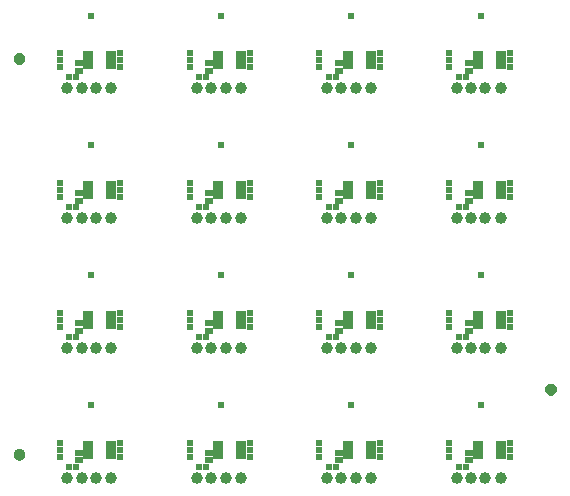
<source format=gbr>
G04 EAGLE Gerber RS-274X export*
G75*
%MOMM*%
%FSLAX34Y34*%
%LPD*%
%INSoldermask Bottom*%
%IPPOS*%
%AMOC8*
5,1,8,0,0,1.08239X$1,22.5*%
G01*
%ADD10C,0.603200*%
%ADD11R,0.903200X1.503200*%
%ADD12R,0.503200X0.603200*%
%ADD13C,1.008000*%
%ADD14R,0.803200X0.553200*%
%ADD15C,0.500000*%


D10*
X25500Y61750D03*
X-1000Y30000D03*
X-1000Y24000D03*
X-1000Y18000D03*
X50000Y30000D03*
X50000Y24000D03*
X50000Y18000D03*
X135500Y61750D03*
X109000Y30000D03*
X109000Y24000D03*
X109000Y18000D03*
X160000Y30000D03*
X160000Y24000D03*
X160000Y18000D03*
X245500Y61750D03*
X219000Y30000D03*
X219000Y24000D03*
X219000Y18000D03*
X270000Y30000D03*
X270000Y24000D03*
X270000Y18000D03*
X355500Y61750D03*
X329000Y30000D03*
X329000Y24000D03*
X329000Y18000D03*
X380000Y30000D03*
X380000Y24000D03*
X380000Y18000D03*
X25500Y171750D03*
X-1000Y140000D03*
X-1000Y134000D03*
X-1000Y128000D03*
X50000Y140000D03*
X50000Y134000D03*
X50000Y128000D03*
X135500Y171750D03*
X109000Y140000D03*
X109000Y134000D03*
X109000Y128000D03*
X160000Y140000D03*
X160000Y134000D03*
X160000Y128000D03*
X245500Y171750D03*
X219000Y140000D03*
X219000Y134000D03*
X219000Y128000D03*
X270000Y140000D03*
X270000Y134000D03*
X270000Y128000D03*
X355500Y171750D03*
X329000Y140000D03*
X329000Y134000D03*
X329000Y128000D03*
X380000Y140000D03*
X380000Y134000D03*
X380000Y128000D03*
X25500Y281750D03*
X-1000Y250000D03*
X-1000Y244000D03*
X-1000Y238000D03*
X50000Y250000D03*
X50000Y244000D03*
X50000Y238000D03*
X135500Y281750D03*
X109000Y250000D03*
X109000Y244000D03*
X109000Y238000D03*
X160000Y250000D03*
X160000Y244000D03*
X160000Y238000D03*
X245500Y281750D03*
X219000Y250000D03*
X219000Y244000D03*
X219000Y238000D03*
X270000Y250000D03*
X270000Y244000D03*
X270000Y238000D03*
X355500Y281750D03*
X329000Y250000D03*
X329000Y244000D03*
X329000Y238000D03*
X380000Y250000D03*
X380000Y244000D03*
X380000Y238000D03*
X25500Y391750D03*
X-1000Y360000D03*
X-1000Y354000D03*
X-1000Y348000D03*
X50000Y360000D03*
X50000Y354000D03*
X50000Y348000D03*
X135500Y391750D03*
X109000Y360000D03*
X109000Y354000D03*
X109000Y348000D03*
X160000Y360000D03*
X160000Y354000D03*
X160000Y348000D03*
X245500Y391750D03*
X219000Y360000D03*
X219000Y354000D03*
X219000Y348000D03*
X270000Y360000D03*
X270000Y354000D03*
X270000Y348000D03*
X355500Y391750D03*
X329000Y360000D03*
X329000Y354000D03*
X329000Y348000D03*
X380000Y360000D03*
X380000Y354000D03*
X380000Y348000D03*
D11*
X42800Y24080D03*
X22800Y24080D03*
D12*
X12800Y9900D03*
X6800Y9900D03*
D13*
X5500Y0D03*
X17500Y0D03*
X29500Y0D03*
X42500Y0D03*
D14*
X15300Y21550D03*
X15300Y15050D03*
D11*
X152800Y24080D03*
X132800Y24080D03*
D12*
X122800Y9900D03*
X116800Y9900D03*
D13*
X115500Y0D03*
X127500Y0D03*
X139500Y0D03*
X152500Y0D03*
D14*
X125300Y21550D03*
X125300Y15050D03*
D11*
X262800Y24080D03*
X242800Y24080D03*
D12*
X232800Y9900D03*
X226800Y9900D03*
D13*
X225500Y0D03*
X237500Y0D03*
X249500Y0D03*
X262500Y0D03*
D14*
X235300Y21550D03*
X235300Y15050D03*
D11*
X372800Y24080D03*
X352800Y24080D03*
D12*
X342800Y9900D03*
X336800Y9900D03*
D13*
X335500Y0D03*
X347500Y0D03*
X359500Y0D03*
X372500Y0D03*
D14*
X345300Y21550D03*
X345300Y15050D03*
D11*
X42800Y134080D03*
X22800Y134080D03*
D12*
X12800Y119900D03*
X6800Y119900D03*
D13*
X5500Y110000D03*
X17500Y110000D03*
X29500Y110000D03*
X42500Y110000D03*
D14*
X15300Y131550D03*
X15300Y125050D03*
D11*
X152800Y134080D03*
X132800Y134080D03*
D12*
X122800Y119900D03*
X116800Y119900D03*
D13*
X115500Y110000D03*
X127500Y110000D03*
X139500Y110000D03*
X152500Y110000D03*
D14*
X125300Y131550D03*
X125300Y125050D03*
D11*
X262800Y134080D03*
X242800Y134080D03*
D12*
X232800Y119900D03*
X226800Y119900D03*
D13*
X225500Y110000D03*
X237500Y110000D03*
X249500Y110000D03*
X262500Y110000D03*
D14*
X235300Y131550D03*
X235300Y125050D03*
D11*
X372800Y134080D03*
X352800Y134080D03*
D12*
X342800Y119900D03*
X336800Y119900D03*
D13*
X335500Y110000D03*
X347500Y110000D03*
X359500Y110000D03*
X372500Y110000D03*
D14*
X345300Y131550D03*
X345300Y125050D03*
D11*
X42800Y244080D03*
X22800Y244080D03*
D12*
X12800Y229900D03*
X6800Y229900D03*
D13*
X5500Y220000D03*
X17500Y220000D03*
X29500Y220000D03*
X42500Y220000D03*
D14*
X15300Y241550D03*
X15300Y235050D03*
D11*
X152800Y244080D03*
X132800Y244080D03*
D12*
X122800Y229900D03*
X116800Y229900D03*
D13*
X115500Y220000D03*
X127500Y220000D03*
X139500Y220000D03*
X152500Y220000D03*
D14*
X125300Y241550D03*
X125300Y235050D03*
D11*
X262800Y244080D03*
X242800Y244080D03*
D12*
X232800Y229900D03*
X226800Y229900D03*
D13*
X225500Y220000D03*
X237500Y220000D03*
X249500Y220000D03*
X262500Y220000D03*
D14*
X235300Y241550D03*
X235300Y235050D03*
D11*
X372800Y244080D03*
X352800Y244080D03*
D12*
X342800Y229900D03*
X336800Y229900D03*
D13*
X335500Y220000D03*
X347500Y220000D03*
X359500Y220000D03*
X372500Y220000D03*
D14*
X345300Y241550D03*
X345300Y235050D03*
D11*
X42800Y354080D03*
X22800Y354080D03*
D12*
X12800Y339900D03*
X6800Y339900D03*
D13*
X5500Y330000D03*
X17500Y330000D03*
X29500Y330000D03*
X42500Y330000D03*
D14*
X15300Y351550D03*
X15300Y345050D03*
D11*
X152800Y354080D03*
X132800Y354080D03*
D12*
X122800Y339900D03*
X116800Y339900D03*
D13*
X115500Y330000D03*
X127500Y330000D03*
X139500Y330000D03*
X152500Y330000D03*
D14*
X125300Y351550D03*
X125300Y345050D03*
D11*
X262800Y354080D03*
X242800Y354080D03*
D12*
X232800Y339900D03*
X226800Y339900D03*
D13*
X225500Y330000D03*
X237500Y330000D03*
X249500Y330000D03*
X262500Y330000D03*
D14*
X235300Y351550D03*
X235300Y345050D03*
D11*
X372800Y354080D03*
X352800Y354080D03*
D12*
X342800Y339900D03*
X336800Y339900D03*
D13*
X335500Y330000D03*
X347500Y330000D03*
X359500Y330000D03*
X372500Y330000D03*
D14*
X345300Y351550D03*
X345300Y345050D03*
D15*
X-37500Y355000D02*
X-37498Y355099D01*
X-37492Y355199D01*
X-37482Y355298D01*
X-37468Y355396D01*
X-37451Y355494D01*
X-37429Y355591D01*
X-37404Y355687D01*
X-37375Y355782D01*
X-37342Y355876D01*
X-37305Y355968D01*
X-37265Y356059D01*
X-37221Y356148D01*
X-37173Y356236D01*
X-37122Y356321D01*
X-37068Y356404D01*
X-37011Y356486D01*
X-36950Y356564D01*
X-36886Y356641D01*
X-36820Y356714D01*
X-36750Y356785D01*
X-36678Y356853D01*
X-36603Y356919D01*
X-36525Y356981D01*
X-36445Y357040D01*
X-36363Y357096D01*
X-36279Y357148D01*
X-36192Y357197D01*
X-36104Y357243D01*
X-36014Y357285D01*
X-35922Y357324D01*
X-35829Y357359D01*
X-35735Y357390D01*
X-35639Y357417D01*
X-35542Y357440D01*
X-35445Y357460D01*
X-35347Y357476D01*
X-35248Y357488D01*
X-35149Y357496D01*
X-35050Y357500D01*
X-34950Y357500D01*
X-34851Y357496D01*
X-34752Y357488D01*
X-34653Y357476D01*
X-34555Y357460D01*
X-34458Y357440D01*
X-34361Y357417D01*
X-34265Y357390D01*
X-34171Y357359D01*
X-34078Y357324D01*
X-33986Y357285D01*
X-33896Y357243D01*
X-33808Y357197D01*
X-33721Y357148D01*
X-33637Y357096D01*
X-33555Y357040D01*
X-33475Y356981D01*
X-33397Y356919D01*
X-33322Y356853D01*
X-33250Y356785D01*
X-33180Y356714D01*
X-33114Y356641D01*
X-33050Y356564D01*
X-32989Y356486D01*
X-32932Y356404D01*
X-32878Y356321D01*
X-32827Y356236D01*
X-32779Y356148D01*
X-32735Y356059D01*
X-32695Y355968D01*
X-32658Y355876D01*
X-32625Y355782D01*
X-32596Y355687D01*
X-32571Y355591D01*
X-32549Y355494D01*
X-32532Y355396D01*
X-32518Y355298D01*
X-32508Y355199D01*
X-32502Y355099D01*
X-32500Y355000D01*
X-32502Y354901D01*
X-32508Y354801D01*
X-32518Y354702D01*
X-32532Y354604D01*
X-32549Y354506D01*
X-32571Y354409D01*
X-32596Y354313D01*
X-32625Y354218D01*
X-32658Y354124D01*
X-32695Y354032D01*
X-32735Y353941D01*
X-32779Y353852D01*
X-32827Y353764D01*
X-32878Y353679D01*
X-32932Y353596D01*
X-32989Y353514D01*
X-33050Y353436D01*
X-33114Y353359D01*
X-33180Y353286D01*
X-33250Y353215D01*
X-33322Y353147D01*
X-33397Y353081D01*
X-33475Y353019D01*
X-33555Y352960D01*
X-33637Y352904D01*
X-33721Y352852D01*
X-33808Y352803D01*
X-33896Y352757D01*
X-33986Y352715D01*
X-34078Y352676D01*
X-34171Y352641D01*
X-34265Y352610D01*
X-34361Y352583D01*
X-34458Y352560D01*
X-34555Y352540D01*
X-34653Y352524D01*
X-34752Y352512D01*
X-34851Y352504D01*
X-34950Y352500D01*
X-35050Y352500D01*
X-35149Y352504D01*
X-35248Y352512D01*
X-35347Y352524D01*
X-35445Y352540D01*
X-35542Y352560D01*
X-35639Y352583D01*
X-35735Y352610D01*
X-35829Y352641D01*
X-35922Y352676D01*
X-36014Y352715D01*
X-36104Y352757D01*
X-36192Y352803D01*
X-36279Y352852D01*
X-36363Y352904D01*
X-36445Y352960D01*
X-36525Y353019D01*
X-36603Y353081D01*
X-36678Y353147D01*
X-36750Y353215D01*
X-36820Y353286D01*
X-36886Y353359D01*
X-36950Y353436D01*
X-37011Y353514D01*
X-37068Y353596D01*
X-37122Y353679D01*
X-37173Y353764D01*
X-37221Y353852D01*
X-37265Y353941D01*
X-37305Y354032D01*
X-37342Y354124D01*
X-37375Y354218D01*
X-37404Y354313D01*
X-37429Y354409D01*
X-37451Y354506D01*
X-37468Y354604D01*
X-37482Y354702D01*
X-37492Y354801D01*
X-37498Y354901D01*
X-37500Y355000D01*
X-37500Y20000D02*
X-37498Y20099D01*
X-37492Y20199D01*
X-37482Y20298D01*
X-37468Y20396D01*
X-37451Y20494D01*
X-37429Y20591D01*
X-37404Y20687D01*
X-37375Y20782D01*
X-37342Y20876D01*
X-37305Y20968D01*
X-37265Y21059D01*
X-37221Y21148D01*
X-37173Y21236D01*
X-37122Y21321D01*
X-37068Y21404D01*
X-37011Y21486D01*
X-36950Y21564D01*
X-36886Y21641D01*
X-36820Y21714D01*
X-36750Y21785D01*
X-36678Y21853D01*
X-36603Y21919D01*
X-36525Y21981D01*
X-36445Y22040D01*
X-36363Y22096D01*
X-36279Y22148D01*
X-36192Y22197D01*
X-36104Y22243D01*
X-36014Y22285D01*
X-35922Y22324D01*
X-35829Y22359D01*
X-35735Y22390D01*
X-35639Y22417D01*
X-35542Y22440D01*
X-35445Y22460D01*
X-35347Y22476D01*
X-35248Y22488D01*
X-35149Y22496D01*
X-35050Y22500D01*
X-34950Y22500D01*
X-34851Y22496D01*
X-34752Y22488D01*
X-34653Y22476D01*
X-34555Y22460D01*
X-34458Y22440D01*
X-34361Y22417D01*
X-34265Y22390D01*
X-34171Y22359D01*
X-34078Y22324D01*
X-33986Y22285D01*
X-33896Y22243D01*
X-33808Y22197D01*
X-33721Y22148D01*
X-33637Y22096D01*
X-33555Y22040D01*
X-33475Y21981D01*
X-33397Y21919D01*
X-33322Y21853D01*
X-33250Y21785D01*
X-33180Y21714D01*
X-33114Y21641D01*
X-33050Y21564D01*
X-32989Y21486D01*
X-32932Y21404D01*
X-32878Y21321D01*
X-32827Y21236D01*
X-32779Y21148D01*
X-32735Y21059D01*
X-32695Y20968D01*
X-32658Y20876D01*
X-32625Y20782D01*
X-32596Y20687D01*
X-32571Y20591D01*
X-32549Y20494D01*
X-32532Y20396D01*
X-32518Y20298D01*
X-32508Y20199D01*
X-32502Y20099D01*
X-32500Y20000D01*
X-32502Y19901D01*
X-32508Y19801D01*
X-32518Y19702D01*
X-32532Y19604D01*
X-32549Y19506D01*
X-32571Y19409D01*
X-32596Y19313D01*
X-32625Y19218D01*
X-32658Y19124D01*
X-32695Y19032D01*
X-32735Y18941D01*
X-32779Y18852D01*
X-32827Y18764D01*
X-32878Y18679D01*
X-32932Y18596D01*
X-32989Y18514D01*
X-33050Y18436D01*
X-33114Y18359D01*
X-33180Y18286D01*
X-33250Y18215D01*
X-33322Y18147D01*
X-33397Y18081D01*
X-33475Y18019D01*
X-33555Y17960D01*
X-33637Y17904D01*
X-33721Y17852D01*
X-33808Y17803D01*
X-33896Y17757D01*
X-33986Y17715D01*
X-34078Y17676D01*
X-34171Y17641D01*
X-34265Y17610D01*
X-34361Y17583D01*
X-34458Y17560D01*
X-34555Y17540D01*
X-34653Y17524D01*
X-34752Y17512D01*
X-34851Y17504D01*
X-34950Y17500D01*
X-35050Y17500D01*
X-35149Y17504D01*
X-35248Y17512D01*
X-35347Y17524D01*
X-35445Y17540D01*
X-35542Y17560D01*
X-35639Y17583D01*
X-35735Y17610D01*
X-35829Y17641D01*
X-35922Y17676D01*
X-36014Y17715D01*
X-36104Y17757D01*
X-36192Y17803D01*
X-36279Y17852D01*
X-36363Y17904D01*
X-36445Y17960D01*
X-36525Y18019D01*
X-36603Y18081D01*
X-36678Y18147D01*
X-36750Y18215D01*
X-36820Y18286D01*
X-36886Y18359D01*
X-36950Y18436D01*
X-37011Y18514D01*
X-37068Y18596D01*
X-37122Y18679D01*
X-37173Y18764D01*
X-37221Y18852D01*
X-37265Y18941D01*
X-37305Y19032D01*
X-37342Y19124D01*
X-37375Y19218D01*
X-37404Y19313D01*
X-37429Y19409D01*
X-37451Y19506D01*
X-37468Y19604D01*
X-37482Y19702D01*
X-37492Y19801D01*
X-37498Y19901D01*
X-37500Y20000D01*
X412500Y75000D02*
X412502Y75099D01*
X412508Y75199D01*
X412518Y75298D01*
X412532Y75396D01*
X412549Y75494D01*
X412571Y75591D01*
X412596Y75687D01*
X412625Y75782D01*
X412658Y75876D01*
X412695Y75968D01*
X412735Y76059D01*
X412779Y76148D01*
X412827Y76236D01*
X412878Y76321D01*
X412932Y76404D01*
X412989Y76486D01*
X413050Y76564D01*
X413114Y76641D01*
X413180Y76714D01*
X413250Y76785D01*
X413322Y76853D01*
X413397Y76919D01*
X413475Y76981D01*
X413555Y77040D01*
X413637Y77096D01*
X413721Y77148D01*
X413808Y77197D01*
X413896Y77243D01*
X413986Y77285D01*
X414078Y77324D01*
X414171Y77359D01*
X414265Y77390D01*
X414361Y77417D01*
X414458Y77440D01*
X414555Y77460D01*
X414653Y77476D01*
X414752Y77488D01*
X414851Y77496D01*
X414950Y77500D01*
X415050Y77500D01*
X415149Y77496D01*
X415248Y77488D01*
X415347Y77476D01*
X415445Y77460D01*
X415542Y77440D01*
X415639Y77417D01*
X415735Y77390D01*
X415829Y77359D01*
X415922Y77324D01*
X416014Y77285D01*
X416104Y77243D01*
X416192Y77197D01*
X416279Y77148D01*
X416363Y77096D01*
X416445Y77040D01*
X416525Y76981D01*
X416603Y76919D01*
X416678Y76853D01*
X416750Y76785D01*
X416820Y76714D01*
X416886Y76641D01*
X416950Y76564D01*
X417011Y76486D01*
X417068Y76404D01*
X417122Y76321D01*
X417173Y76236D01*
X417221Y76148D01*
X417265Y76059D01*
X417305Y75968D01*
X417342Y75876D01*
X417375Y75782D01*
X417404Y75687D01*
X417429Y75591D01*
X417451Y75494D01*
X417468Y75396D01*
X417482Y75298D01*
X417492Y75199D01*
X417498Y75099D01*
X417500Y75000D01*
X417498Y74901D01*
X417492Y74801D01*
X417482Y74702D01*
X417468Y74604D01*
X417451Y74506D01*
X417429Y74409D01*
X417404Y74313D01*
X417375Y74218D01*
X417342Y74124D01*
X417305Y74032D01*
X417265Y73941D01*
X417221Y73852D01*
X417173Y73764D01*
X417122Y73679D01*
X417068Y73596D01*
X417011Y73514D01*
X416950Y73436D01*
X416886Y73359D01*
X416820Y73286D01*
X416750Y73215D01*
X416678Y73147D01*
X416603Y73081D01*
X416525Y73019D01*
X416445Y72960D01*
X416363Y72904D01*
X416279Y72852D01*
X416192Y72803D01*
X416104Y72757D01*
X416014Y72715D01*
X415922Y72676D01*
X415829Y72641D01*
X415735Y72610D01*
X415639Y72583D01*
X415542Y72560D01*
X415445Y72540D01*
X415347Y72524D01*
X415248Y72512D01*
X415149Y72504D01*
X415050Y72500D01*
X414950Y72500D01*
X414851Y72504D01*
X414752Y72512D01*
X414653Y72524D01*
X414555Y72540D01*
X414458Y72560D01*
X414361Y72583D01*
X414265Y72610D01*
X414171Y72641D01*
X414078Y72676D01*
X413986Y72715D01*
X413896Y72757D01*
X413808Y72803D01*
X413721Y72852D01*
X413637Y72904D01*
X413555Y72960D01*
X413475Y73019D01*
X413397Y73081D01*
X413322Y73147D01*
X413250Y73215D01*
X413180Y73286D01*
X413114Y73359D01*
X413050Y73436D01*
X412989Y73514D01*
X412932Y73596D01*
X412878Y73679D01*
X412827Y73764D01*
X412779Y73852D01*
X412735Y73941D01*
X412695Y74032D01*
X412658Y74124D01*
X412625Y74218D01*
X412596Y74313D01*
X412571Y74409D01*
X412549Y74506D01*
X412532Y74604D01*
X412518Y74702D01*
X412508Y74801D01*
X412502Y74901D01*
X412500Y75000D01*
M02*

</source>
